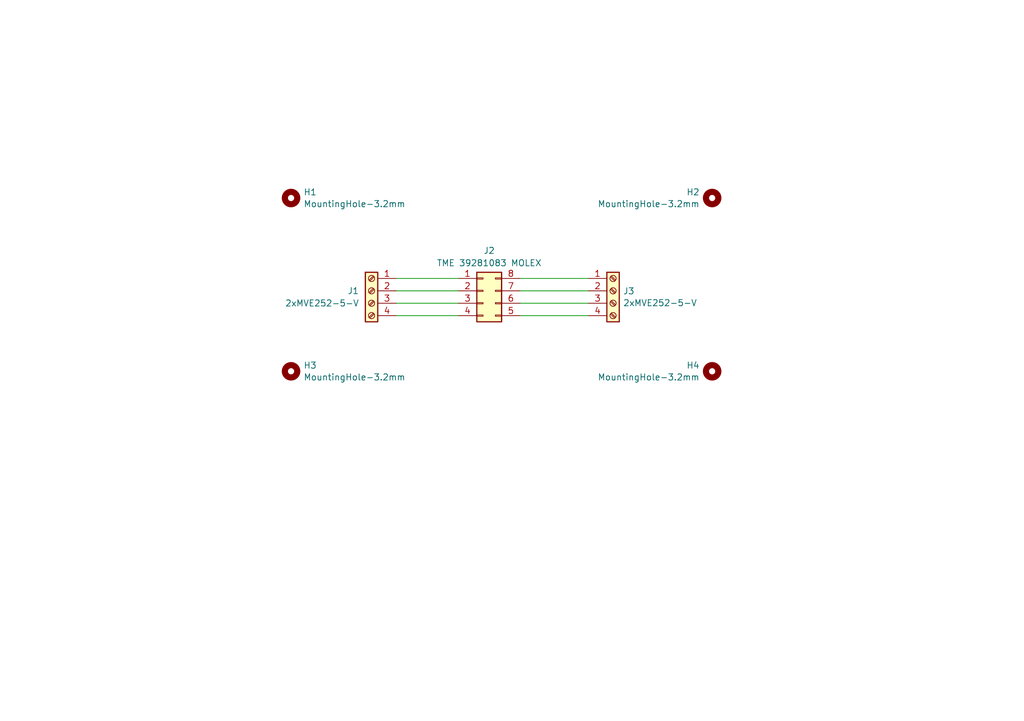
<source format=kicad_sch>
(kicad_sch (version 20230121) (generator eeschema)
  (paper "A5")
  (title_block (title "MOLEX to screw-terminals PCB for modules connection") (date "2022-12-02") (rev "1.0") (comment 4 "Silkscreen texts added compared to plain molex8 pcb."))
  (lib_symbols
    (symbol "Connector:Screw_Terminal_01x04" (pin_names (offset 1.016) hide)
      (property "Reference" "J" (at 0 5.08 0))
      (property "Value" "Screw_Terminal_01x04" (at 0 -7.62 0))
      (symbol "Screw_Terminal_01x04_1_1"
        (rectangle (start -1.27 3.81) (end 1.27 -6.35) (stroke (width 0.254)) (fill (type background)))
        (circle (center 0 -5.08) (radius 0.635) (stroke (width 0.1524)))
        (circle (center 0 -2.54) (radius 0.635) (stroke (width 0.1524)))
        (polyline (pts (xy -0.5334 -4.7498) (xy 0.3302 -5.588)) (stroke (width 0.1524)))
        (polyline (pts (xy -0.5334 -2.2098) (xy 0.3302 -3.048)) (stroke (width 0.1524)))
        (polyline (pts (xy -0.5334 0.3302) (xy 0.3302 -0.508)) (stroke (width 0.1524)))
        (polyline (pts (xy -0.5334 2.8702) (xy 0.3302 2.032)) (stroke (width 0.1524)))
        (polyline (pts (xy -0.3556 -4.572) (xy 0.508 -5.4102)) (stroke (width 0.1524)))
        (polyline (pts (xy -0.3556 -2.032) (xy 0.508 -2.8702)) (stroke (width 0.1524)))
        (polyline (pts (xy -0.3556 0.508) (xy 0.508 -0.3302)) (stroke (width 0.1524)))
        (polyline (pts (xy -0.3556 3.048) (xy 0.508 2.2098)) (stroke (width 0.1524)))
        (circle (center 0 0) (radius 0.635) (stroke (width 0.1524)))
        (circle (center 0 2.54) (radius 0.635) (stroke (width 0.1524)))
        (pin passive line (at -5.08 2.54 0) (length 3.81) (name "Pin_1") (number "1"))
        (pin passive line (at -5.08 0 0) (length 3.81) (name "Pin_2") (number "2"))
        (pin passive line (at -5.08 -2.54 0) (length 3.81) (name "Pin_3") (number "3"))
        (pin passive line (at -5.08 -5.08 0) (length 3.81) (name "Pin_4") (number "4"))
      )
    )
    (symbol "Connector_Generic:Conn_02x04_Counter_Clockwise" (pin_names (offset 1.016) hide)
      (property "Reference" "J" (at 1.27 5.08 0))
      (property "Value" "Conn_02x04_Counter_Clockwise" (at 1.27 -7.62 0))
      (symbol "Conn_02x04_Counter_Clockwise_1_1"
        (rectangle (start -1.27 -4.953) (end 0 -5.207) (stroke (width 0.1524)))
        (rectangle (start -1.27 -2.413) (end 0 -2.667) (stroke (width 0.1524)))
        (rectangle (start -1.27 0.127) (end 0 -0.127) (stroke (width 0.1524)))
        (rectangle (start -1.27 2.667) (end 0 2.413) (stroke (width 0.1524)))
        (rectangle (start -1.27 3.81) (end 3.81 -6.35) (stroke (width 0.254)) (fill (type background)))
        (rectangle (start 3.81 -4.953) (end 2.54 -5.207) (stroke (width 0.1524)))
        (rectangle (start 3.81 -2.413) (end 2.54 -2.667) (stroke (width 0.1524)))
        (rectangle (start 3.81 0.127) (end 2.54 -0.127) (stroke (width 0.1524)))
        (rectangle (start 3.81 2.667) (end 2.54 2.413) (stroke (width 0.1524)))
        (pin passive line (at -5.08 2.54 0) (length 3.81) (name "Pin_1") (number "1"))
        (pin passive line (at -5.08 0 0) (length 3.81) (name "Pin_2") (number "2"))
        (pin passive line (at -5.08 -2.54 0) (length 3.81) (name "Pin_3") (number "3"))
        (pin passive line (at -5.08 -5.08 0) (length 3.81) (name "Pin_4") (number "4"))
        (pin passive line (at 7.62 -5.08 180) (length 3.81) (name "Pin_5") (number "5"))
        (pin passive line (at 7.62 -2.54 180) (length 3.81) (name "Pin_6") (number "6"))
        (pin passive line (at 7.62 0 180) (length 3.81) (name "Pin_7") (number "7"))
        (pin passive line (at 7.62 2.54 180) (length 3.81) (name "Pin_8") (number "8"))
      )
    )
    (symbol "Mechanical:MountingHole" (pin_names (offset 1.016))
      (property "Reference" "H" (at 0 5.08 0))
      (property "Value" "MountingHole" (at 0 3.175 0))
      (symbol "MountingHole_0_1"
        (circle (center 0 0) (radius 1.27) (stroke (width 1.27)))
      )
    )
  )
  (wire (pts (xy 106.68 57.15) (xy 120.65 57.15)))
  (wire (pts (xy 81.28 59.69) (xy 93.98 59.69)))
  (wire (pts (xy 81.28 62.23) (xy 93.98 62.23)))
  (wire (pts (xy 106.68 59.69) (xy 120.65 59.69)))
  (wire (pts (xy 81.28 64.77) (xy 93.98 64.77)))
  (wire (pts (xy 81.28 57.15) (xy 93.98 57.15)))
  (wire (pts (xy 106.68 64.77) (xy 120.65 64.77)))
  (wire (pts (xy 106.68 62.23) (xy 120.65 62.23)))
  (symbol (lib_id "Connector_Generic:Conn_02x04_Counter_Clockwise") (at 99.06 59.69 0) (unit 1)
    (property "Reference" "J2" (at 100.33 51.4381 0))
    (property "Value" "TME 39281083 MOLEX" (at 100.33 53.975 0))
    (property "Footprint" "Connector_Molex:Molex_Mini-Fit_Jr_5566-08A2_2x04_P4.20mm_Vertical" (effects hide))
  )
  (symbol (lib_id "Connector:Screw_Terminal_01x04") (at 125.73 59.69 0) (unit 1)
    (property "Reference" "J3" (at 127.762 59.7479 0) (effects (justify left)))
    (property "Value" "2xMVE252-5-V" (at 127.762 62.1721 0) (effects (justify left)))
    (property "Footprint" "TerminalBlock_Euroclamp:MVE252-5-V-2x" (effects hide))
  )
  (symbol (lib_id "Mechanical:MountingHole") (at 59.69 40.64 0) (unit 1)
    (property "Reference" "H1" (at 62.23 39.4279 0) (effects (justify left)))
    (property "Value" "MountingHole-3.2mm" (at 62.23 41.8521 0) (effects (justify left)))
    (property "Footprint" "MountingHole:MountingHole_3.2mm_M3_Pad" (effects hide))
  )
  (symbol (lib_id "Connector:Screw_Terminal_01x04") (at 76.2 59.69 0) (mirror y) (unit 1)
    (property "Reference" "J1" (at 73.66 59.69 0) (effects (justify left)))
    (property "Value" "2xMVE252-5-V" (at 73.66 62.23 0) (effects (justify left)))
    (property "Footprint" "TerminalBlock_Euroclamp:MVE252-5-V-2x" (effects hide))
  )
  (symbol (lib_id "Mechanical:MountingHole") (at 59.69 76.2 0) (unit 1)
    (property "Reference" "H3" (at 62.23 74.9879 0) (effects (justify left)))
    (property "Value" "MountingHole-3.2mm" (at 62.23 77.4121 0) (effects (justify left)))
    (property "Footprint" "MountingHole:MountingHole_3.2mm_M3_Pad" (effects hide))
  )
  (symbol (lib_id "Mechanical:MountingHole") (at 146.05 76.2 0) (mirror y) (unit 1)
    (property "Reference" "H4" (at 143.51 74.9879 0) (effects (justify left)))
    (property "Value" "MountingHole-3.2mm" (at 143.51 77.4121 0) (effects (justify left)))
    (property "Footprint" "MountingHole:MountingHole_3.2mm_M3_Pad" (effects hide))
  )
  (symbol (lib_id "Mechanical:MountingHole") (at 146.05 40.64 0) (mirror y) (unit 1)
    (property "Reference" "H2" (at 143.51 39.4279 0) (effects (justify left)))
    (property "Value" "MountingHole-3.2mm" (at 143.51 41.8521 0) (effects (justify left)))
    (property "Footprint" "MountingHole:MountingHole_3.2mm_M3_Pad" (effects hide))
  )
)
</source>
